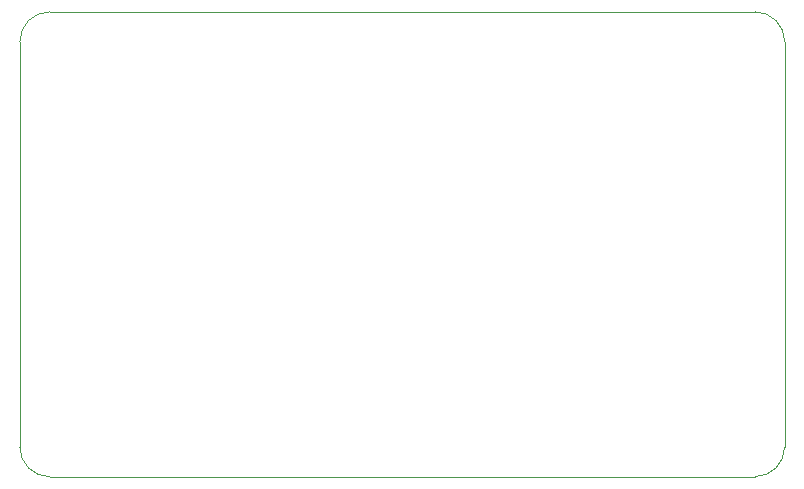
<source format=gbr>
G04 #@! TF.GenerationSoftware,KiCad,Pcbnew,(5.0.1)-4*
G04 #@! TF.CreationDate,2019-02-25T19:27:27-03:00*
G04 #@! TF.ProjectId,ponta-de-prova-logica-simplificada,706F6E74612D64652D70726F76612D6C,02*
G04 #@! TF.SameCoordinates,Original*
G04 #@! TF.FileFunction,Profile,NP*
%FSLAX46Y46*%
G04 Gerber Fmt 4.6, Leading zero omitted, Abs format (unit mm)*
G04 Created by KiCad (PCBNEW (5.0.1)-4) date 25-02-2019 19:27:27*
%MOMM*%
%LPD*%
G01*
G04 APERTURE LIST*
%ADD10C,0.100000*%
G04 APERTURE END LIST*
D10*
X132080000Y-120650000D02*
G75*
G02X129540000Y-118110000I0J2540000D01*
G01*
X194310000Y-118110000D02*
G75*
G02X191770000Y-120650000I-2540000J0D01*
G01*
X191770000Y-81280000D02*
G75*
G02X194310000Y-83820000I0J-2540000D01*
G01*
X129540000Y-83820000D02*
G75*
G02X132080000Y-81280000I2540000J0D01*
G01*
X132080000Y-120650000D02*
X191770000Y-120650000D01*
X129540000Y-83820000D02*
X129540000Y-118110000D01*
X191770000Y-81280000D02*
X132080000Y-81280000D01*
X194310000Y-118110000D02*
X194310000Y-83820000D01*
M02*

</source>
